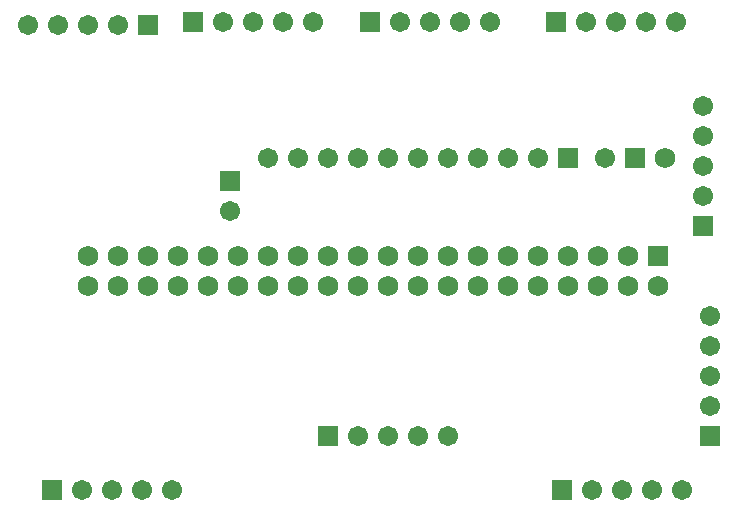
<source format=gbs>
G04*
G04 #@! TF.GenerationSoftware,Altium Limited,Altium Designer,24.5.2 (23)*
G04*
G04 Layer_Color=16711935*
%FSLAX44Y44*%
%MOMM*%
G71*
G04*
G04 #@! TF.SameCoordinates,C5F79816-F3BF-4F28-B5AB-9B0DAD98A386*
G04*
G04*
G04 #@! TF.FilePolarity,Negative*
G04*
G01*
G75*
%ADD13R,1.7032X1.7032*%
%ADD14C,1.7032*%
%ADD15R,1.7032X1.7032*%
%ADD16C,1.7272*%
%ADD17R,1.7272X1.7272*%
D13*
X-307340Y-43180D02*
D03*
X-149860D02*
D03*
X-495300Y-45720D02*
D03*
X-576580Y-439420D02*
D03*
X-144780D02*
D03*
X-139700Y-158750D02*
D03*
X-457200Y-43180D02*
D03*
X-342900Y-393700D02*
D03*
X-82550Y-158750D02*
D03*
D14*
X-281940Y-43180D02*
D03*
X-256540D02*
D03*
X-231140D02*
D03*
X-205740D02*
D03*
X-25400Y-190500D02*
D03*
Y-165100D02*
D03*
Y-139700D02*
D03*
Y-114300D02*
D03*
X-124460Y-43180D02*
D03*
X-99060D02*
D03*
X-73660D02*
D03*
X-48260D02*
D03*
X-596900Y-45720D02*
D03*
X-571500D02*
D03*
X-546100D02*
D03*
X-520700D02*
D03*
X-551180Y-439420D02*
D03*
X-525780D02*
D03*
X-500380D02*
D03*
X-474980D02*
D03*
X-43180D02*
D03*
X-68580D02*
D03*
X-93980D02*
D03*
X-119380D02*
D03*
X-425450Y-203200D02*
D03*
X-393700Y-158750D02*
D03*
X-368300D02*
D03*
X-342900D02*
D03*
X-317500D02*
D03*
X-292100D02*
D03*
X-266700D02*
D03*
X-241300D02*
D03*
X-215900D02*
D03*
X-190500D02*
D03*
X-165100D02*
D03*
X-355600Y-43180D02*
D03*
X-381000D02*
D03*
X-406400D02*
D03*
X-431800D02*
D03*
X-19050Y-292100D02*
D03*
Y-317500D02*
D03*
Y-342900D02*
D03*
Y-368300D02*
D03*
X-317500Y-393700D02*
D03*
X-292100D02*
D03*
X-266700D02*
D03*
X-241300D02*
D03*
X-107950Y-158750D02*
D03*
D15*
X-25400Y-215900D02*
D03*
X-425450Y-177800D02*
D03*
X-19050Y-393700D02*
D03*
D16*
X-57150Y-158750D02*
D03*
X-546100Y-266700D02*
D03*
X-520700D02*
D03*
X-495300D02*
D03*
X-469900D02*
D03*
X-444500D02*
D03*
X-419100D02*
D03*
X-546100Y-241300D02*
D03*
X-520700D02*
D03*
X-495300D02*
D03*
X-469900D02*
D03*
X-444500D02*
D03*
X-419100D02*
D03*
X-393700Y-266700D02*
D03*
Y-241300D02*
D03*
X-368300Y-266700D02*
D03*
X-342900D02*
D03*
X-317500D02*
D03*
X-292100D02*
D03*
X-266700D02*
D03*
X-241300D02*
D03*
X-368300Y-241300D02*
D03*
X-342900D02*
D03*
X-317500D02*
D03*
X-292100D02*
D03*
X-266700D02*
D03*
X-241300D02*
D03*
X-215900Y-266700D02*
D03*
Y-241300D02*
D03*
X-190500Y-266700D02*
D03*
X-165100D02*
D03*
X-139700D02*
D03*
X-114300D02*
D03*
X-88900D02*
D03*
X-63500D02*
D03*
X-190500Y-241300D02*
D03*
X-165100D02*
D03*
X-139700D02*
D03*
X-114300D02*
D03*
X-88900D02*
D03*
D17*
X-63500D02*
D03*
M02*

</source>
